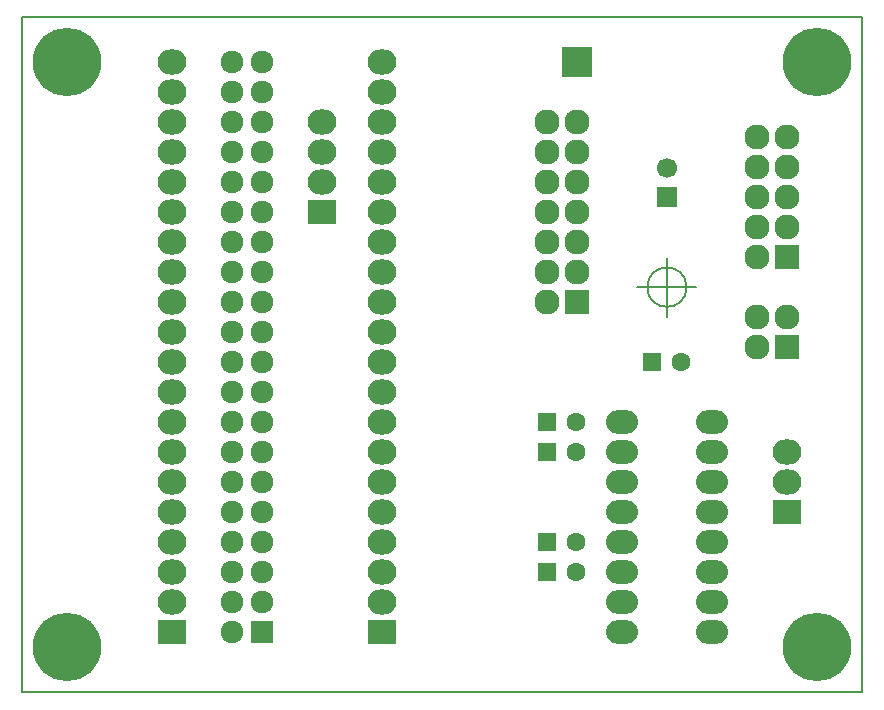
<source format=gbr>
G04 #@! TF.FileFunction,Soldermask,Bot*
%FSLAX46Y46*%
G04 Gerber Fmt 4.6, Leading zero omitted, Abs format (unit mm)*
G04 Created by KiCad (PCBNEW 4.0.5+dfsg1-4) date Sun Oct  6 15:56:16 2019*
%MOMM*%
%LPD*%
G01*
G04 APERTURE LIST*
%ADD10C,0.150000*%
%ADD11C,5.800000*%
%ADD12R,1.924000X1.924000*%
%ADD13C,1.924000*%
%ADD14R,2.432000X2.127200*%
%ADD15O,2.432000X2.127200*%
%ADD16O,2.700000X2.000000*%
%ADD17C,1.700000*%
%ADD18R,1.700000X1.700000*%
%ADD19R,1.600000X1.600000*%
%ADD20C,1.600000*%
%ADD21R,2.127200X2.127200*%
%ADD22O,2.127200X2.127200*%
%ADD23R,2.635200X2.635200*%
G04 APERTURE END LIST*
D10*
X156606666Y-93980000D02*
G75*
G03X156606666Y-93980000I-1666666J0D01*
G01*
X152440000Y-93980000D02*
X157440000Y-93980000D01*
X154940000Y-91480000D02*
X154940000Y-96480000D01*
X171450000Y-71120000D02*
X100330000Y-71120000D01*
X171450000Y-128270000D02*
X171450000Y-71120000D01*
X100330000Y-128270000D02*
X171450000Y-128270000D01*
X100330000Y-71120000D02*
X100330000Y-128270000D01*
D11*
X167640000Y-74930000D03*
X104140000Y-74930000D03*
X167640000Y-124460000D03*
X104140000Y-124460000D03*
D12*
X120650000Y-123190000D03*
D13*
X118110000Y-123190000D03*
X120650000Y-110490000D03*
X118110000Y-120650000D03*
X120650000Y-107950000D03*
X118110000Y-118110000D03*
X120650000Y-105410000D03*
X118110000Y-115570000D03*
X120650000Y-102870000D03*
X118110000Y-113030000D03*
X120650000Y-100330000D03*
X118110000Y-110490000D03*
X120650000Y-97790000D03*
X118110000Y-107950000D03*
X120650000Y-95250000D03*
X118110000Y-105410000D03*
X120650000Y-92710000D03*
X118110000Y-102870000D03*
X120650000Y-90170000D03*
X118110000Y-100330000D03*
X120650000Y-87630000D03*
X118110000Y-97790000D03*
X120650000Y-85090000D03*
X118110000Y-95250000D03*
X118110000Y-92710000D03*
X120650000Y-82550000D03*
X118110000Y-90170000D03*
X118110000Y-85090000D03*
X118110000Y-82550000D03*
X118110000Y-80010000D03*
X118110000Y-77470000D03*
X120650000Y-80010000D03*
X120650000Y-77470000D03*
X120650000Y-120650000D03*
X120650000Y-118110000D03*
X120650000Y-115570000D03*
X120650000Y-113030000D03*
X120650000Y-74930000D03*
X118110000Y-74930000D03*
X118110000Y-87630000D03*
D14*
X113030000Y-123190000D03*
D15*
X113030000Y-120650000D03*
X113030000Y-118110000D03*
X113030000Y-115570000D03*
X113030000Y-113030000D03*
X113030000Y-110490000D03*
X113030000Y-107950000D03*
X113030000Y-105410000D03*
X113030000Y-102870000D03*
X113030000Y-100330000D03*
X113030000Y-97790000D03*
X113030000Y-95250000D03*
X113030000Y-92710000D03*
X113030000Y-90170000D03*
X113030000Y-87630000D03*
X113030000Y-85090000D03*
X113030000Y-82550000D03*
X113030000Y-80010000D03*
X113030000Y-77470000D03*
X113030000Y-74930000D03*
D14*
X130810000Y-123190000D03*
D15*
X130810000Y-120650000D03*
X130810000Y-118110000D03*
X130810000Y-115570000D03*
X130810000Y-113030000D03*
X130810000Y-110490000D03*
X130810000Y-107950000D03*
X130810000Y-105410000D03*
X130810000Y-102870000D03*
X130810000Y-100330000D03*
X130810000Y-97790000D03*
X130810000Y-95250000D03*
X130810000Y-92710000D03*
X130810000Y-90170000D03*
X130810000Y-87630000D03*
X130810000Y-85090000D03*
X130810000Y-82550000D03*
X130810000Y-80010000D03*
X130810000Y-77470000D03*
X130810000Y-74930000D03*
D14*
X125730000Y-87630000D03*
D15*
X125730000Y-85090000D03*
X125730000Y-82550000D03*
X125730000Y-80010000D03*
D16*
X151130000Y-105410000D03*
X151130000Y-107950000D03*
X151130000Y-110490000D03*
X151130000Y-113030000D03*
X151130000Y-115570000D03*
X151130000Y-118110000D03*
X151130000Y-120650000D03*
X151130000Y-123190000D03*
X158750000Y-123190000D03*
X158750000Y-120650000D03*
X158750000Y-118110000D03*
X158750000Y-115570000D03*
X158750000Y-113030000D03*
X158750000Y-110490000D03*
X158750000Y-107950000D03*
X158750000Y-105410000D03*
D17*
X154940000Y-83860000D03*
D18*
X154940000Y-86360000D03*
D19*
X144780000Y-105410000D03*
D20*
X147280000Y-105410000D03*
D19*
X153670000Y-100330000D03*
D20*
X156170000Y-100330000D03*
D19*
X144780000Y-115570000D03*
D20*
X147280000Y-115570000D03*
D19*
X144780000Y-118110000D03*
D20*
X147280000Y-118110000D03*
D19*
X144780000Y-107950000D03*
D20*
X147280000Y-107950000D03*
D14*
X165100000Y-113030000D03*
D15*
X165100000Y-110490000D03*
X165100000Y-107950000D03*
D21*
X147320000Y-95250000D03*
D22*
X144780000Y-95250000D03*
X147320000Y-92710000D03*
X144780000Y-92710000D03*
X147320000Y-90170000D03*
X144780000Y-90170000D03*
X147320000Y-87630000D03*
X144780000Y-87630000D03*
X147320000Y-85090000D03*
X144780000Y-85090000D03*
X147320000Y-82550000D03*
X144780000Y-82550000D03*
X147320000Y-80010000D03*
X144780000Y-80010000D03*
D21*
X165100000Y-91440000D03*
D22*
X162560000Y-91440000D03*
X165100000Y-88900000D03*
X162560000Y-88900000D03*
X165100000Y-86360000D03*
X162560000Y-86360000D03*
X165100000Y-83820000D03*
X162560000Y-83820000D03*
X165100000Y-81280000D03*
X162560000Y-81280000D03*
D23*
X147320000Y-74930000D03*
D21*
X165100000Y-99060000D03*
D22*
X162560000Y-99060000D03*
X165100000Y-96520000D03*
X162560000Y-96520000D03*
M02*

</source>
